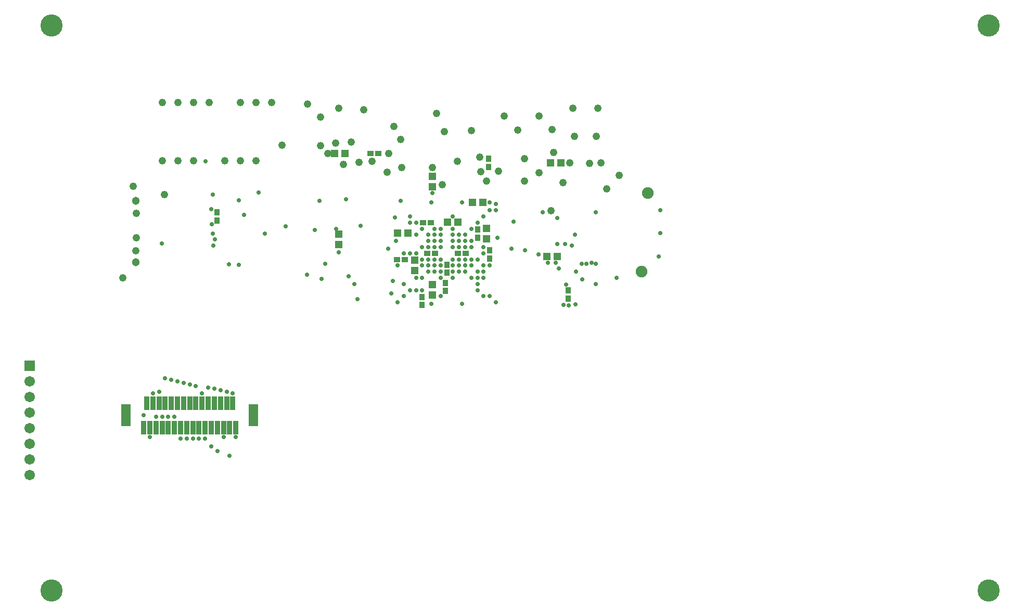
<source format=gbs>
%FSLAX24Y24*%
%MOIN*%
G70*
G01*
G75*
G04 Layer_Color=16711935*
G04 Layer_Color=16711935*
%ADD10R,0.0394X0.0433*%
%ADD11C,0.0177*%
%ADD12R,0.0748X0.0197*%
%ADD13R,0.0197X0.0748*%
%ADD14R,0.0177X0.0669*%
%ADD15R,0.0177X0.0669*%
%ADD16R,0.0500X0.1449*%
%ADD17R,0.0787X0.0551*%
%ADD18R,0.1083X0.0394*%
%ADD19R,0.0945X0.0354*%
%ADD20R,0.0433X0.0394*%
%ADD21R,0.1024X0.0945*%
%ADD22R,0.0630X0.0709*%
%ADD23R,0.0945X0.1024*%
%ADD24R,0.1000X0.1400*%
%ADD25R,0.0300X0.0600*%
%ADD26R,0.0709X0.0630*%
%ADD27R,0.0630X0.0512*%
%ADD28C,0.0060*%
%ADD29C,0.0120*%
%ADD30C,0.0100*%
%ADD31C,0.0200*%
%ADD32C,0.0110*%
%ADD33C,0.0160*%
%ADD34C,0.0300*%
%ADD35R,0.0591X0.0591*%
%ADD36C,0.0591*%
%ADD37C,0.1339*%
%ADD38C,0.1339*%
%ADD39C,0.0433*%
%ADD40C,0.0669*%
%ADD41C,0.0200*%
%ADD42C,0.0400*%
%ADD43R,0.0276X0.0354*%
%ADD44R,0.0354X0.0276*%
%ADD45R,0.0276X0.0787*%
%ADD46R,0.0512X0.1339*%
%ADD47C,0.0098*%
%ADD48C,0.0079*%
%ADD49C,0.0080*%
%ADD50C,0.0070*%
%ADD51C,0.0040*%
%ADD52C,0.0600*%
%ADD53C,0.0150*%
%ADD54R,0.0098X0.1575*%
%ADD55R,0.0474X0.0513*%
%ADD56C,0.0217*%
%ADD57R,0.0828X0.0277*%
%ADD58R,0.0277X0.0828*%
%ADD59R,0.0257X0.0749*%
%ADD60R,0.0257X0.0749*%
%ADD61R,0.0580X0.1529*%
%ADD62R,0.0867X0.0631*%
%ADD63R,0.1163X0.0474*%
%ADD64R,0.1025X0.0434*%
%ADD65R,0.0513X0.0474*%
%ADD66R,0.1104X0.1025*%
%ADD67R,0.0710X0.0789*%
%ADD68R,0.1025X0.1104*%
%ADD69R,0.1080X0.1480*%
%ADD70R,0.0380X0.0680*%
%ADD71R,0.0789X0.0710*%
%ADD72R,0.0710X0.0592*%
%ADD73R,0.0671X0.0671*%
%ADD74C,0.0671*%
%ADD75C,0.1419*%
%ADD76C,0.1419*%
%ADD77C,0.0513*%
%ADD78C,0.0749*%
%ADD79C,0.0280*%
%ADD80C,0.0480*%
%ADD81R,0.0356X0.0434*%
%ADD82R,0.0434X0.0356*%
%ADD83R,0.0356X0.0867*%
%ADD84R,0.0592X0.1419*%
D55*
X41400Y54335D02*
D03*
Y53665D02*
D03*
X35400Y50652D02*
D03*
Y49983D02*
D03*
X40256Y48976D02*
D03*
Y48306D02*
D03*
X44882Y50335D02*
D03*
Y51005D02*
D03*
X41400Y46748D02*
D03*
Y47417D02*
D03*
D65*
X49652Y55200D02*
D03*
X48983D02*
D03*
X35148Y55800D02*
D03*
X35817D02*
D03*
X49392Y49215D02*
D03*
X48723D02*
D03*
X39822Y50689D02*
D03*
X39153D02*
D03*
X44645Y52657D02*
D03*
X43976D02*
D03*
X43052Y51400D02*
D03*
X42383D02*
D03*
D73*
X15600Y42200D02*
D03*
D74*
Y41200D02*
D03*
Y40200D02*
D03*
Y39200D02*
D03*
Y38200D02*
D03*
Y37200D02*
D03*
Y36200D02*
D03*
Y35200D02*
D03*
D75*
X17000Y27819D02*
D03*
X77039D02*
D03*
Y64000D02*
D03*
D76*
X17000D02*
D03*
D77*
X22400Y52769D02*
D03*
Y48832D02*
D03*
D78*
X55200Y53283D02*
D03*
X54806Y48232D02*
D03*
D79*
X39961Y51378D02*
D03*
X39000Y51700D02*
D03*
X24066Y50050D02*
D03*
X41400Y53285D02*
D03*
X26870Y55315D02*
D03*
X41929Y50984D02*
D03*
X35236D02*
D03*
X35400Y49475D02*
D03*
X31988Y51143D02*
D03*
X45079Y52657D02*
D03*
X43898Y50197D02*
D03*
X44685Y49803D02*
D03*
X40748Y47047D02*
D03*
X39961Y49409D02*
D03*
X40354Y50591D02*
D03*
X41535Y50984D02*
D03*
X49970Y47399D02*
D03*
X49803Y46100D02*
D03*
X50128Y46081D02*
D03*
X50584Y46143D02*
D03*
X49304Y48813D02*
D03*
X48793Y48819D02*
D03*
X40354Y47047D02*
D03*
X39961D02*
D03*
X38878Y47638D02*
D03*
X40748Y48622D02*
D03*
X28811Y37626D02*
D03*
X28024D02*
D03*
X25268Y37528D02*
D03*
X23299Y37626D02*
D03*
X23496Y40425D02*
D03*
X23890Y40524D02*
D03*
X26646Y40425D02*
D03*
X28417Y36445D02*
D03*
X27630Y36740D02*
D03*
X27236Y37035D02*
D03*
X26843Y37528D02*
D03*
X26449D02*
D03*
X26055D02*
D03*
X25661Y37528D02*
D03*
X24874Y38949D02*
D03*
X24480D02*
D03*
X24087Y38949D02*
D03*
X23693D02*
D03*
X22906Y39047D02*
D03*
X28614Y40425D02*
D03*
X28221Y40524D02*
D03*
X27827Y40622D02*
D03*
X27433Y40721D02*
D03*
X27039Y40819D02*
D03*
X26252Y40917D02*
D03*
X25858Y41016D02*
D03*
X25465Y41114D02*
D03*
X25071Y41213D02*
D03*
X24677Y41311D02*
D03*
X24283Y41409D02*
D03*
X50987Y47739D02*
D03*
X44685Y47835D02*
D03*
X44685Y48622D02*
D03*
X51863Y47448D02*
D03*
X50591Y48228D02*
D03*
X44685D02*
D03*
X36808Y51184D02*
D03*
X34547Y48720D02*
D03*
X29000Y52791D02*
D03*
X40354Y49409D02*
D03*
X29331Y51870D02*
D03*
X33858Y50886D02*
D03*
X27337Y53175D02*
D03*
X38583Y49705D02*
D03*
X38780Y46850D02*
D03*
X44291Y47047D02*
D03*
X44291Y48228D02*
D03*
X49508Y48425D02*
D03*
X49409Y50000D02*
D03*
X44291Y49016D02*
D03*
X27328Y50655D02*
D03*
X33366Y48032D02*
D03*
X27461Y50295D02*
D03*
X27362Y49902D02*
D03*
X36417Y47441D02*
D03*
X55893Y49200D02*
D03*
X56004Y50689D02*
D03*
Y52165D02*
D03*
X29000Y48657D02*
D03*
X28370Y48697D02*
D03*
X27264Y51280D02*
D03*
X27230Y52230D02*
D03*
X30260Y53303D02*
D03*
X30675Y50655D02*
D03*
X45472Y46260D02*
D03*
X44685Y46654D02*
D03*
X44291Y47441D02*
D03*
X36024Y47933D02*
D03*
X45472Y52559D02*
D03*
X45079Y52165D02*
D03*
Y46654D02*
D03*
X36614Y46457D02*
D03*
X39567Y46654D02*
D03*
X39173Y46260D02*
D03*
X41929Y46654D02*
D03*
X43307Y46161D02*
D03*
X41339Y46161D02*
D03*
X45472Y52165D02*
D03*
X34154Y52756D02*
D03*
X35880Y52854D02*
D03*
X44685Y51772D02*
D03*
X43307Y52657D02*
D03*
X41339D02*
D03*
X39370Y52756D02*
D03*
X39961Y51772D02*
D03*
X47343Y49606D02*
D03*
X49409Y51673D02*
D03*
X46600Y51423D02*
D03*
X46457Y49705D02*
D03*
X44685Y49409D02*
D03*
X45571Y50394D02*
D03*
X45079Y48622D02*
D03*
X39173D02*
D03*
X39075Y50197D02*
D03*
X42717Y50984D02*
D03*
Y50591D02*
D03*
X43110D02*
D03*
X43504D02*
D03*
X43110Y50197D02*
D03*
X42717D02*
D03*
Y49803D02*
D03*
X43110D02*
D03*
X43504D02*
D03*
Y50197D02*
D03*
X43898Y49803D02*
D03*
Y50984D02*
D03*
X44291Y51378D02*
D03*
X42717Y49016D02*
D03*
X43110D02*
D03*
X43504D02*
D03*
X43898D02*
D03*
X43504Y48622D02*
D03*
X43110D02*
D03*
X42717D02*
D03*
Y48228D02*
D03*
X43110D02*
D03*
X43504D02*
D03*
X42717Y47835D02*
D03*
X43898D02*
D03*
X44291D02*
D03*
X43898Y48622D02*
D03*
X51280Y48720D02*
D03*
X51870D02*
D03*
X51607Y48786D02*
D03*
X50975Y48720D02*
D03*
X48201Y49339D02*
D03*
X50328Y49918D02*
D03*
X49902Y50000D02*
D03*
X51862Y52026D02*
D03*
X48466D02*
D03*
X41929Y50591D02*
D03*
Y50197D02*
D03*
Y49803D02*
D03*
X41535D02*
D03*
X41142Y50197D02*
D03*
Y50591D02*
D03*
X41535Y50197D02*
D03*
Y50591D02*
D03*
X40748Y50984D02*
D03*
X40354Y51378D02*
D03*
X40748Y49803D02*
D03*
X41142D02*
D03*
X41929Y49016D02*
D03*
X41535D02*
D03*
X41142D02*
D03*
X40748D02*
D03*
X41929Y48622D02*
D03*
X41535D02*
D03*
X41142D02*
D03*
Y48228D02*
D03*
X41535D02*
D03*
X41929D02*
D03*
Y47835D02*
D03*
X40748D02*
D03*
X40354D02*
D03*
X39567Y47441D02*
D03*
X34301Y47785D02*
D03*
X39567Y49409D02*
D03*
X50532Y50600D02*
D03*
X53200Y47833D02*
D03*
X42717Y51772D02*
D03*
D80*
X30100Y55333D02*
D03*
X31765Y56326D02*
D03*
X21555Y47835D02*
D03*
X22392Y49557D02*
D03*
X22441Y50394D02*
D03*
Y51968D02*
D03*
X22244Y53691D02*
D03*
X24232Y53162D02*
D03*
X24100Y55331D02*
D03*
X25100D02*
D03*
X26100D02*
D03*
X28100D02*
D03*
X29100D02*
D03*
X31100Y59069D02*
D03*
X30100D02*
D03*
X29100D02*
D03*
X27100D02*
D03*
X26100D02*
D03*
X25100D02*
D03*
X24100D02*
D03*
X53367Y54400D02*
D03*
X52215Y55217D02*
D03*
X51476Y55167D02*
D03*
X49768Y53951D02*
D03*
X50197Y55217D02*
D03*
X48228Y54577D02*
D03*
X47293Y55463D02*
D03*
X49065Y57333D02*
D03*
X48228Y58218D02*
D03*
X49163Y55856D02*
D03*
X49000Y52132D02*
D03*
X52559Y53543D02*
D03*
X47293Y54035D02*
D03*
X44882D02*
D03*
X45620Y54675D02*
D03*
X46878Y57306D02*
D03*
X46000Y58205D02*
D03*
X44488Y54626D02*
D03*
X44439Y55561D02*
D03*
X43012Y55315D02*
D03*
X42028Y53789D02*
D03*
X41400Y54909D02*
D03*
X39442Y54894D02*
D03*
X39383Y56706D02*
D03*
X36700Y55229D02*
D03*
X38507Y54600D02*
D03*
X37549Y55315D02*
D03*
X38590Y55800D02*
D03*
X36200Y56525D02*
D03*
X35700Y55097D02*
D03*
X35200Y56483D02*
D03*
X34688Y55800D02*
D03*
X34252Y56299D02*
D03*
Y58120D02*
D03*
X33415Y58957D02*
D03*
X38927Y57530D02*
D03*
X41683Y58366D02*
D03*
X43900Y57269D02*
D03*
X42168Y57200D02*
D03*
X37000Y58600D02*
D03*
X35400Y58700D02*
D03*
X52000D02*
D03*
X50400D02*
D03*
X51900Y56900D02*
D03*
X50500D02*
D03*
D81*
X45000Y55456D02*
D03*
Y54944D02*
D03*
X50098Y46515D02*
D03*
Y47027D02*
D03*
X27600Y51517D02*
D03*
Y52029D02*
D03*
X45079Y49074D02*
D03*
Y49586D02*
D03*
X40750Y46105D02*
D03*
Y46616D02*
D03*
X44291Y50926D02*
D03*
Y50414D02*
D03*
X42224Y47500D02*
D03*
Y46988D02*
D03*
X42323Y48169D02*
D03*
Y48681D02*
D03*
D82*
X37938Y55800D02*
D03*
X37427D02*
D03*
X39133Y49016D02*
D03*
X39645D02*
D03*
X40787Y51378D02*
D03*
X41299D02*
D03*
X43544Y49409D02*
D03*
X43032D02*
D03*
X41062Y49400D02*
D03*
X41573D02*
D03*
D83*
X28614Y39815D02*
D03*
X28811Y38240D02*
D03*
X28221Y39815D02*
D03*
X27827D02*
D03*
X27433D02*
D03*
X27039D02*
D03*
X26646D02*
D03*
X26252D02*
D03*
X25858D02*
D03*
X25465D02*
D03*
X25071D02*
D03*
X24677D02*
D03*
X24283D02*
D03*
X23890D02*
D03*
X23496D02*
D03*
X23102D02*
D03*
X28417Y38240D02*
D03*
X28024D02*
D03*
X27630D02*
D03*
X27236D02*
D03*
X26843D02*
D03*
X26449D02*
D03*
X26055D02*
D03*
X25661D02*
D03*
X25268D02*
D03*
X24874D02*
D03*
X24480D02*
D03*
X24087D02*
D03*
X23693D02*
D03*
X23299D02*
D03*
X22906D02*
D03*
D84*
X21783Y39028D02*
D03*
X29933D02*
D03*
M02*

</source>
